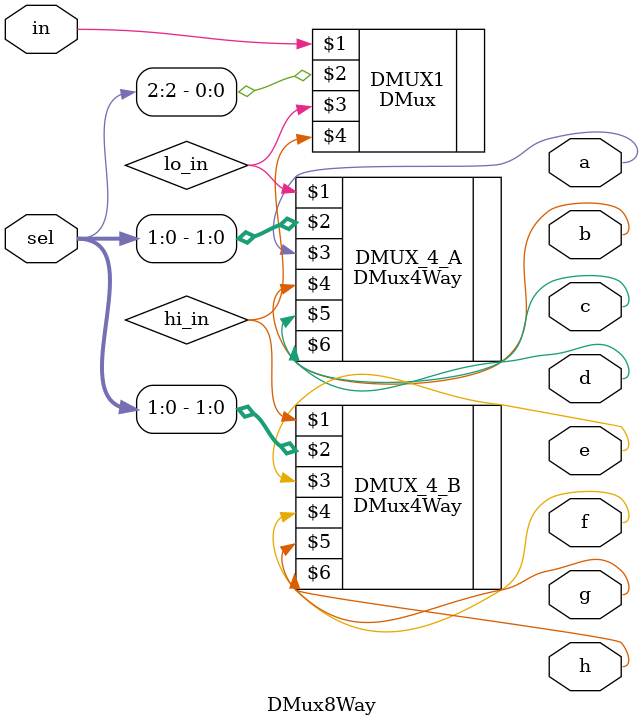
<source format=v>
/**
 * 8-way demultiplexor:
 * {a, b, c, d, e, f, g, h} = {in, 0, 0, 0, 0, 0, 0, 0} if sel == 000
 *                            {0, in, 0, 0, 0, 0, 0, 0} if sel == 001
 *                            etc.
 *                            {0, 0, 0, 0, 0, 0, 0, in} if sel == 111
 */

`default_nettype none
module DMux8Way(
	input in,
	input [2:0] sel,
    output a,
	output b,
	output c,
	output d,
	output e,
	output f,
	output g,
	output h
);
	wire lo_in;
	wire hi_in;

	DMux DMUX1(
	in,
	sel[2],
	lo_in,
	hi_in
	);



	// Put your code here:
	DMux4Way DMUX_4_A(
	lo_in,
	sel[1:0],
	a,
	b,
	c,
	d
	);
		DMux4Way DMUX_4_B(
	hi_in,
	sel[1:0],
	e,
	f,
	g,
	h
	);

endmodule

</source>
